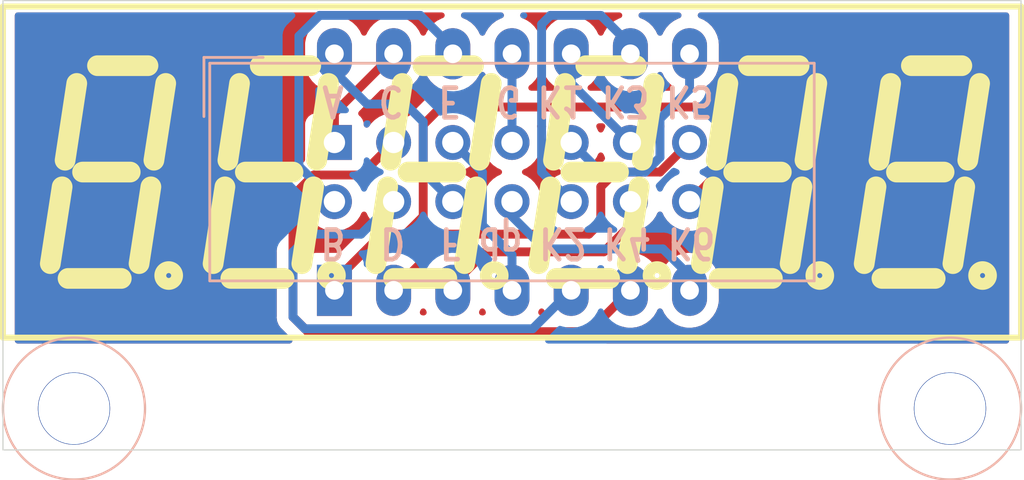
<source format=kicad_pcb>
(kicad_pcb (version 20211014) (generator pcbnew)
  (layers (0 "F.Cu" signal) (31 "B.Cu" signal) (36 "B.SilkS" user "B.Silkscreen") (37 "F.SilkS" user "F.Silkscreen") (38 "B.Mask" user) (39 "F.Mask" user) (44 "Edge.Cuts" user))
  (net 0 "")
  (net 1 "/K_SegA")
  (net 2 "/K_SegB")
  (net 3 "/K_SegC")
  (net 4 "/K_SegDP")
  (net 5 "/A0")
  (net 6 "/K_SegD")
  (net 7 "/K_SegE")
  (net 8 "/K_SegG")
  (net 9 "/K_SegF")
  (net 10 "/A1")
  (net 11 "/A2")
  (net 12 "/A3")
  (net 13 "/A4")
  (net 14 "/A5")
  (footprint "GCC_Display:Disp7s6x_036" (layer "F.Cu") (at 57.404 32.766)
    (fp_text reference "S5" hide)
    (fp_text value "LEDDSP6_CA" hide)
    (fp_line (start 5.45846 0.635) (end 4.95046 3.93446) (layer "F.SilkS") (width 0.889))
    (fp_line (start 21.844 -7.112) (end 21.844 7.112) (layer "F.SilkS") (width 0.254))
    (fp_line (start -7.874 -3.80746) (end -8.382 -0.508) (layer "F.SilkS") (width 0.889))
    (fp_line (start 10.15238 -4.56946) (end 12.319 -4.56946) (layer "F.SilkS") (width 0.889))
    (fp_line (start -5.08 4.56946) (end -2.79654 4.56946) (layer "F.SilkS") (width 0.889))
    (fp_line (start -0.889 -3.80746) (end -1.397 -0.508) (layer "F.SilkS") (width 0.889))
    (fp_line (start 8.636 0.635) (end 8.128 3.93446) (layer "F.SilkS") (width 0.889))
    (fp_line (start 15.621 0.635) (end 15.113 3.93446) (layer "F.SilkS") (width 0.889))
    (fp_line (start -12.319 0.635) (end -12.827 3.93446) (layer "F.SilkS") (width 0.889))
    (fp_line (start 1.905 4.56946) (end 4.18846 4.56946) (layer "F.SilkS") (width 0.889))
    (fp_line (start 11.557 0) (end 9.5123 0) (layer "F.SilkS") (width 0.889))
    (fp_line (start -11.69162 -3.80746) (end -12.192 -0.508) (layer "F.SilkS") (width 0.889))
    (fp_line (start -4.70662 -3.80746) (end -5.207 -0.508) (layer "F.SilkS") (width 0.889))
    (fp_line (start -19.304 0.635) (end -19.812 3.93446) (layer "F.SilkS") (width 0.889))
    (fp_line (start 19.42846 0.635) (end 18.92046 3.93446) (layer "F.SilkS") (width 0.889))
    (fp_line (start -15.49654 0.635) (end -16.00454 3.93446) (layer "F.SilkS") (width 0.889))
    (fp_line (start 9.26338 -3.80746) (end 8.763 -0.508) (layer "F.SilkS") (width 0.889))
    (fp_line (start -5.334 0.635) (end -5.842 3.93446) (layer "F.SilkS") (width 0.889))
    (fp_line (start 20.066 -3.80746) (end 19.558 -0.508) (layer "F.SilkS") (width 0.889))
    (fp_line (start 8.89 4.56946) (end 11.17346 4.56946) (layer "F.SilkS") (width 0.889))
    (fp_line (start 4.572 0) (end 2.5273 0) (layer "F.SilkS") (width 0.889))
    (fp_line (start -16.383 0) (end -18.4277 0) (layer "F.SilkS") (width 0.889))
    (fp_line (start -14.859 -3.80746) (end -15.367 -0.508) (layer "F.SilkS") (width 0.889))
    (fp_line (start -19.05 4.56946) (end -16.76654 4.56946) (layer "F.SilkS") (width 0.889))
    (fp_line (start 2.27838 -3.80746) (end 1.778 -0.508) (layer "F.SilkS") (width 0.889))
    (fp_line (start -10.80262 -4.56946) (end -8.636 -4.56946) (layer "F.SilkS") (width 0.889))
    (fp_line (start -9.398 0) (end -11.4427 0) (layer "F.SilkS") (width 0.889))
    (fp_line (start 1.651 0.635) (end 1.143 3.93446) (layer "F.SilkS") (width 0.889))
    (fp_line (start -12.065 4.56946) (end -9.78154 4.56946) (layer "F.SilkS") (width 0.889))
    (fp_line (start -8.51154 0.635) (end -9.01954 3.93446) (layer "F.SilkS") (width 0.889))
    (fp_line (start 3.16738 -4.56946) (end 5.334 -4.56946) (layer "F.SilkS") (width 0.889))
    (fp_line (start 17.13738 -4.56946) (end 19.304 -4.56946) (layer "F.SilkS") (width 0.889))
    (fp_line (start 6.096 -3.80746) (end 5.588 -0.508) (layer "F.SilkS") (width 0.889))
    (fp_line (start -1.52654 0.635) (end -2.03454 3.93446) (layer "F.SilkS") (width 0.889))
    (fp_line (start 16.24838 -3.80746) (end 15.748 -0.508) (layer "F.SilkS") (width 0.889))
    (fp_line (start -3.81762 -4.56946) (end -1.651 -4.56946) (layer "F.SilkS") (width 0.889))
    (fp_line (start 13.081 -3.80746) (end 12.573 -0.508) (layer "F.SilkS") (width 0.889))
    (fp_line (start -18.67662 -3.80746) (end -19.177 -0.508) (layer "F.SilkS") (width 0.889))
    (fp_line (start -17.78762 -4.56946) (end -15.621 -4.56946) (layer "F.SilkS") (width 0.889))
    (fp_line (start 12.44346 0.635) (end 11.93546 3.93446) (layer "F.SilkS") (width 0.889))
    (fp_line (start -21.844 7.112) (end -21.844 -7.112) (layer "F.SilkS") (width 0.254))
    (fp_line (start -2.413 0) (end -4.4577 0) (layer "F.SilkS") (width 0.889))
    (fp_line (start 21.844 7.112) (end -21.844 7.112) (layer "F.SilkS") (width 0.254))
    (fp_line (start 18.542 0) (end 16.4973 0) (layer "F.SilkS") (width 0.889))
    (fp_line (start -21.844 -7.112) (end 21.844 -7.112) (layer "F.SilkS") (width 0.254))
    (fp_line (start 15.875 4.56946) (end 18.15846 4.56946) (layer "F.SilkS") (width 0.889))
    (fp_circle (center 6.223 4.445) (end 6.477 4.18846) (layer "F.SilkS") (width 0.508) (fill none))
    (fp_circle (center 20.193 4.445) (end 20.447 4.18846) (layer "F.SilkS") (width 0.508) (fill none))
    (fp_circle (center -0.762 4.445) (end -0.508 4.18846) (layer "F.SilkS") (width 0.508) (fill none))
    (fp_circle (center 13.208 4.445) (end 13.462 4.18846) (layer "F.SilkS") (width 0.508) (fill none))
    (fp_circle (center -7.747 4.445) (end -7.493 4.18846) (layer "F.SilkS") (width 0.508) (fill none))
    (fp_circle (center -14.732 4.445) (end -14.478 4.18846) (layer "F.SilkS") (width 0.508) (fill none))
    (pad "1" thru_hole rect locked (at -7.62 5.08 90) (size 2.19964 1.50114) (drill 0.8001) (layers *.Cu *.Mask) (net 14 "/A5"))
    (pad "2" thru_hole oval locked (at -5.08 5.08 90) (size 2.1971 1.4986) (drill 0.8001) (layers *.Cu *.Mask) (net 13 "/A4"))
    (pad "3" thru_hole oval locked (at -2.54 5.08 90) (size 2.1971 1.4986) (drill 0.8001) (layers *.Cu *.Mask) (net 12 "/A3"))
    (pad "4" thru_hole oval locked (at 0 5.08 90) (size 2.1971 1.4986) (drill 0.8001) (layers *.Cu *.Mask) (net 7 "/K_SegE"))
    (pad "5" thru_hole oval locked (at 2.54 5.08 90) (size 2.1971 1.4986) (drill 0.8001) (layers *.Cu *.Mask) (net 6 "/K_SegD"))
    (pad "6" thru_hole oval locked (at 5.08 5.08 90) (size 2.1971 1.4986) (drill 0.8001) (layers *.Cu *.Mask) (net 3 "/K_SegC"))
    (pad "7" thru_hole oval locked (at 7.62 5.08 90) (size 2.1971 1.4986) (drill 0.8001) (layers *.Cu *.Mask) (net 4 "/K_SegDP"))
    (pad "8" thru_hole oval locked (at 7.62 -5.08 90) (size 2.1971 1.4986) (drill 0.8001) (layers *.Cu *.Mask) (net 5 "/A0"))
    (pad "9" thru_hole oval locked (at 5.08 -5.08 90) (size 2.1971 1.4986) (drill 0.8001) (layers *.Cu *.Mask) (net 10 "/A1"))
    (pad "10" thru_hole oval locked (at 2.54 -5.08 90) (size 2.1971 1.4986) (drill 0.8001) (layers *.Cu *.Mask) (net 11 "/A2"))
    (pad "11" thru_hole oval locked (at 0 -5.08 90) (size 2.1971 1.4986) (drill 0.8001) (layers *.Cu *.Mask) (net 8 "/K_SegG"))
    (pad "12" thru_hole oval locked (at -2.54 -5.08 90) (size 2.1971 1.4986) (drill 0.8001) (layers *.Cu *.Mask) (net 2 "/K_SegB"))
    (pad "13" thru_hole oval locked (at -5.08 -5.08 90) (size 2.1971 1.4986) (drill 0.8001) (layers *.Cu *.Mask) (net 1 "/K_SegA"))
    (pad "14" thru_hole oval locked (at -7.62 -5.08 90) (size 2.1971 1.4986) (drill 0.8001) (layers *.Cu *.Mask) (net 9 "/K_SegF"))
  )
  (footprint "GCC_holes:Hole3mm" (layer "B.Cu") (at 38.608 42.926)
    (fp_text reference "H9" hide)
    (fp_text value "MountingHole" hide)
    (fp_circle (center 0 0) (end 0 3.048) (layer "B.SilkS") (width 0.1) (fill none))
    (pad "1" thru_hole circle locked (at 0 0) (size 3.1 3.1) (drill 3.05) (layers *.Cu *.Mask))
  )
  (footprint "GCC_holes:Hole3mm" (layer "B.Cu") (at 76.2 42.926)
    (fp_text reference "H10" hide)
    (fp_text value "MountingHole" hide)
    (fp_circle (center 0 0) (end 0 3.048) (layer "B.SilkS") (width 0.1) (fill none))
    (pad "1" thru_hole circle locked (at 0 0) (size 3.1 3.1) (drill 3.05) (layers *.Cu *.Mask))
  )
  (footprint "Connector_IDC:IDC-Header_2x07_P2.54mm_Vertical" (layer "B.Cu") (at 49.784 31.496 -90)
    (fp_text reference "P7" hide)
    (fp_text value "Disp6" hide)
    (fp_line (start -3.655 5.6) (end -1.115 5.6) (layer "B.SilkS") (width 0.12))
    (fp_line (start -3.655 5.6) (end -3.655 3.06) (layer "B.SilkS") (width 0.12))
    (fp_line (start 5.945 5.35) (end 5.945 -20.59) (layer "B.SilkS") (width 0.12))
    (fp_line (start -3.405 -20.59) (end -3.405 5.35) (layer "B.SilkS") (width 0.12))
    (fp_line (start 5.945 -20.59) (end -3.405 -20.59) (layer "B.SilkS") (width 0.12))
    (fp_line (start -3.405 5.35) (end 5.945 5.35) (layer "B.SilkS") (width 0.12))
    (pad "1" thru_hole rect locked (at 0 0 270) (size 1.4986 1.4986) (drill 0.9144) (layers *.Cu *.Mask) (net 1 "/K_SegA"))
    (pad "2" thru_hole oval locked (at 2.54 0 270) (size 1.4986 1.4986) (drill 0.9144) (layers *.Cu *.Mask) (net 2 "/K_SegB"))
    (pad "3" thru_hole oval locked (at 0 -2.54 270) (size 1.4986 1.4986) (drill 0.9144) (layers *.Cu *.Mask) (net 3 "/K_SegC"))
    (pad "4" thru_hole oval locked (at 2.54 -2.54 270) (size 1.4986 1.4986) (drill 0.9144) (layers *.Cu *.Mask) (net 6 "/K_SegD"))
    (pad "5" thru_hole oval locked (at 0 -5.08 270) (size 1.4986 1.4986) (drill 0.9144) (layers *.Cu *.Mask) (net 7 "/K_SegE"))
    (pad "6" thru_hole oval locked (at 2.54 -5.08 270) (size 1.4986 1.4986) (drill 0.9144) (layers *.Cu *.Mask) (net 9 "/K_SegF"))
    (pad "7" thru_hole oval locked (at 0 -7.62 270) (size 1.4986 1.4986) (drill 0.9144) (layers *.Cu *.Mask) (net 8 "/K_SegG"))
    (pad "8" thru_hole oval locked (at 2.54 -7.62 270) (size 1.4986 1.4986) (drill 0.9144) (layers *.Cu *.Mask) (net 4 "/K_SegDP"))
    (pad "9" thru_hole oval locked (at 0 -10.16 270) (size 1.4986 1.4986) (drill 0.9144) (layers *.Cu *.Mask) (net 5 "/A0"))
    (pad "10" thru_hole oval locked (at 2.54 -10.16 270) (size 1.4986 1.4986) (drill 0.9144) (layers *.Cu *.Mask) (net 10 "/A1"))
    (pad "11" thru_hole oval locked (at 0 -12.7 270) (size 1.4986 1.4986) (drill 0.9144) (layers *.Cu *.Mask) (net 11 "/A2"))
    (pad "12" thru_hole oval locked (at 2.54 -12.7 270) (size 1.4986 1.4986) (drill 0.9144) (layers *.Cu *.Mask) (net 12 "/A3"))
    (pad "13" thru_hole oval locked (at 0 -15.24 270) (size 1.4986 1.4986) (drill 0.9144) (layers *.Cu *.Mask) (net 13 "/A4"))
    (pad "14" thru_hole oval locked (at 2.54 -15.24 270) (size 1.4986 1.4986) (drill 0.9144) (layers *.Cu *.Mask) (net 14 "/A5"))
  )
  (gr_rect (start 35.56 25.4) (end 79.248 44.704) (layer "Edge.Cuts") (width 0.05) (fill none))
  (gr_text "B  D  F dp K2 K4 K6" (at 57.658 35.814 180) (layer "B.SilkS") (effects (font (size 1.27 1.016) (thickness 0.2032)) (justify mirror)))
  (gr_text "A  C  E  G K1 K3 K5" (at 57.658 29.718 180) (layer "B.SilkS") (effects (font (size 1.27 1.016) (thickness 0.2032)) (justify mirror)))
  (segment (start 49.784 30.226) (end 52.324 27.686) (width 0.381) (layer "F.Cu") (net 1))
  (segment (start 49.784 31.496) (end 49.784 30.226) (width 0.381) (layer "F.Cu") (net 1))
  (segment (start 48.26 32.512) (end 49.784 34.036) (width 0.381) (layer "B.Cu") (net 2))
  (segment (start 49.149 26.035) (end 48.26 26.924) (width 0.381) (layer "B.Cu") (net 2))
  (segment (start 54.864 27.432) (end 53.467 26.035) (width 0.381) (layer "B.Cu") (net 2))
  (segment (start 54.864 27.686) (end 54.864 27.432) (width 0.381) (layer "B.Cu") (net 2))
  (segment (start 48.26 26.924) (end 48.26 32.512) (width 0.381) (layer "B.Cu") (net 2))
  (segment (start 53.467 26.035) (end 49.149 26.035) (width 0.381) (layer "B.Cu") (net 2))
  (segment (start 60.706 39.624) (end 48.641 39.624) (width 0.381) (layer "F.Cu") (net 3))
  (segment (start 48.006 33.782) (end 48.895 32.893) (width 0.381) (layer "F.Cu") (net 3))
  (segment (start 48.641 39.624) (end 48.006 38.989) (width 0.381) (layer "F.Cu") (net 3))
  (segment (start 48.895 32.893) (end 50.927 32.893) (width 0.381) (layer "F.Cu") (net 3))
  (segment (start 62.484 37.846) (end 60.706 39.624) (width 0.381) (layer "F.Cu") (net 3))
  (segment (start 50.927 32.893) (end 52.324 31.496) (width 0.381) (layer "F.Cu") (net 3))
  (segment (start 48.006 38.989) (end 48.006 33.782) (width 0.381) (layer "F.Cu") (net 3))
  (segment (start 65.024 37.211) (end 65.024 37.846) (width 0.381) (layer "B.Cu") (net 4))
  (segment (start 57.404 34.036) (end 57.404 34.671) (width 0.381) (layer "B.Cu") (net 4))
  (segment (start 58.801 36.068) (end 63.881 36.068) (width 0.381) (layer "B.Cu") (net 4))
  (segment (start 57.404 34.671) (end 58.801 36.068) (width 0.381) (layer "B.Cu") (net 4))
  (segment (start 63.881 36.068) (end 65.024 37.211) (width 0.381) (layer "B.Cu") (net 4))
  (segment (start 61.214 32.766) (end 63.119 32.766) (width 0.381) (layer "B.Cu") (net 5))
  (segment (start 63.754 32.131) (end 63.754 30.48) (width 0.381) (layer "B.Cu") (net 5))
  (segment (start 63.754 30.48) (end 65.024 29.21) (width 0.381) (layer "B.Cu") (net 5))
  (segment (start 59.944 31.496) (end 61.214 32.766) (width 0.381) (layer "B.Cu") (net 5))
  (segment (start 65.024 29.21) (end 65.024 27.686) (width 0.381) (layer "B.Cu") (net 5))
  (segment (start 63.119 32.766) (end 63.754 32.131) (width 0.381) (layer "B.Cu") (net 5))
  (segment (start 48.514 39.497) (end 48.006 38.989) (width 0.381) (layer "B.Cu") (net 6))
  (segment (start 48.768 35.433) (end 50.927 35.433) (width 0.381) (layer "B.Cu") (net 6))
  (segment (start 59.944 37.846) (end 58.293 39.497) (width 0.381) (layer "B.Cu") (net 6))
  (segment (start 48.006 38.989) (end 48.006 36.195) (width 0.381) (layer "B.Cu") (net 6))
  (segment (start 58.293 39.497) (end 48.514 39.497) (width 0.381) (layer "B.Cu") (net 6))
  (segment (start 48.006 36.195) (end 48.768 35.433) (width 0.381) (layer "B.Cu") (net 6))
  (segment (start 50.927 35.433) (end 52.324 34.036) (width 0.381) (layer "B.Cu") (net 6))
  (segment (start 54.864 31.496) (end 56.134 32.766) (width 0.381) (layer "B.Cu") (net 7))
  (segment (start 57.404 36.322) (end 57.404 37.846) (width 0.381) (layer "B.Cu") (net 7))
  (segment (start 56.134 32.766) (end 56.134 35.052) (width 0.381) (layer "B.Cu") (net 7))
  (segment (start 56.134 35.052) (end 57.404 36.322) (width 0.381) (layer "B.Cu") (net 7))
  (segment (start 57.404 31.496) (end 57.404 27.686) (width 0.381) (layer "B.Cu") (net 8))
  (segment (start 49.784 28.448) (end 51.181 29.845) (width 0.381) (layer "B.Cu") (net 9))
  (segment (start 52.832 29.845) (end 53.594 30.607) (width 0.381) (layer "B.Cu") (net 9))
  (segment (start 53.594 30.607) (end 53.594 32.766) (width 0.381) (layer "B.Cu") (net 9))
  (segment (start 53.594 32.766) (end 54.864 34.036) (width 0.381) (layer "B.Cu") (net 9))
  (segment (start 51.181 29.845) (end 52.832 29.845) (width 0.381) (layer "B.Cu") (net 9))
  (segment (start 49.784 27.686) (end 49.784 28.448) (width 0.381) (layer "B.Cu") (net 9))
  (segment (start 58.674 32.766) (end 59.944 34.036) (width 0.381) (layer "B.Cu") (net 10))
  (segment (start 62.484 27.305) (end 61.214 26.035) (width 0.381) (layer "B.Cu") (net 10))
  (segment (start 62.484 27.686) (end 62.484 27.305) (width 0.381) (layer "B.Cu") (net 10))
  (segment (start 61.214 26.035) (end 59.055 26.035) (width 0.381) (layer "B.Cu") (net 10))
  (segment (start 59.055 26.035) (end 58.674 26.416) (width 0.381) (layer "B.Cu") (net 10))
  (segment (start 58.674 26.416) (end 58.674 32.766) (width 0.381) (layer "B.Cu") (net 10))
  (segment (start 59.944 28.956) (end 62.484 31.496) (width 0.381) (layer "B.Cu") (net 11))
  (segment (start 59.944 27.686) (end 59.944 28.956) (width 0.381) (layer "B.Cu") (net 11))
  (segment (start 56.261 36.195) (end 61.341 36.195) (width 0.381) (layer "F.Cu") (net 12))
  (segment (start 54.864 37.592) (end 56.261 36.195) (width 0.381) (layer "F.Cu") (net 12))
  (segment (start 61.341 36.195) (end 62.484 35.052) (width 0.381) (layer "F.Cu") (net 12))
  (segment (start 54.864 37.846) (end 54.864 37.592) (width 0.381) (layer "F.Cu") (net 12))
  (segment (start 62.484 35.052) (end 62.484 34.036) (width 0.381) (layer "F.Cu") (net 12))
  (segment (start 61.849 32.766) (end 61.214 33.401) (width 0.381) (layer "F.Cu") (net 13))
  (segment (start 60.706 35.433) (end 54.737 35.433) (width 0.381) (layer "F.Cu") (net 13))
  (segment (start 61.214 34.925) (end 60.706 35.433) (width 0.381) (layer "F.Cu") (net 13))
  (segment (start 63.754 32.766) (end 61.849 32.766) (width 0.381) (layer "F.Cu") (net 13))
  (segment (start 61.214 33.401) (end 61.214 34.925) (width 0.381) (layer "F.Cu") (net 13))
  (segment (start 65.024 31.496) (end 63.754 32.766) (width 0.381) (layer "F.Cu") (net 13))
  (segment (start 54.737 35.433) (end 52.324 37.846) (width 0.381) (layer "F.Cu") (net 13))
  (segment (start 52.832 35.433) (end 53.594 34.671) (width 0.381) (layer "F.Cu") (net 14))
  (segment (start 54.356 29.972) (end 65.786 29.972) (width 0.381) (layer "F.Cu") (net 14))
  (segment (start 66.421 32.639) (end 65.024 34.036) (width 0.381) (layer "F.Cu") (net 14))
  (segment (start 49.784 37.846) (end 49.784 37.465) (width 0.381) (layer "F.Cu") (net 14))
  (segment (start 66.421 30.607) (end 66.421 32.639) (width 0.381) (layer "F.Cu") (net 14))
  (segment (start 49.784 37.465) (end 51.816 35.433) (width 0.381) (layer "F.Cu") (net 14))
  (segment (start 51.816 35.433) (end 52.832 35.433) (width 0.381) (layer "F.Cu") (net 14))
  (segment (start 53.594 30.734) (end 54.356 29.972) (width 0.381) (layer "F.Cu") (net 14))
  (segment (start 65.786 29.972) (end 66.421 30.607) (width 0.381) (layer "F.Cu") (net 14))
  (segment (start 53.594 34.671) (end 53.594 30.734) (width 0.381) (layer "F.Cu") (net 14))
  (zone (net 0) (net_name "") (layer "F.Cu") (connect_pads (clearance 0.508)) (min_thickness 0.254) (fill yes (thermal_gap 0.508) (thermal_bridge_width 0.508))
    (polygon (pts (xy 35.56 25.4) (xy 79.248 25.4) (xy 79.248 40.132) (xy 35.56 40.132)))
  )
  (zone (net 0) (net_name "") (layer "B.Cu") (connect_pads (clearance 0.508)) (min_thickness 0.254) (fill yes (thermal_gap 0.508) (thermal_bridge_width 0.508))
    (polygon (pts (xy 35.56 25.4) (xy 79.248 25.4) (xy 79.248 40.132) (xy 35.56 40.132)))
  )
)
</source>
